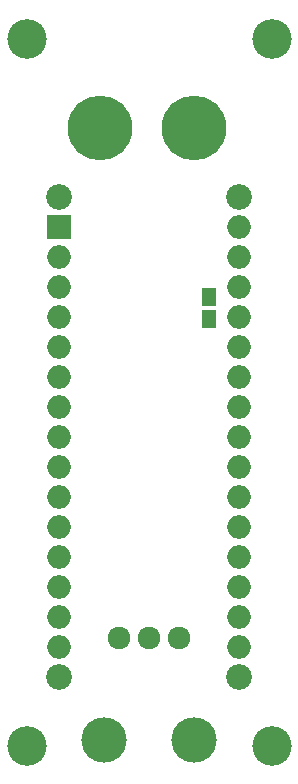
<source format=gbr>
G04 #@! TF.GenerationSoftware,KiCad,Pcbnew,(5.0.0)*
G04 #@! TF.CreationDate,2018-11-03T18:08:05-05:00*
G04 #@! TF.ProjectId,Neopixel_Breakout,4E656F706978656C5F427265616B6F75,rev?*
G04 #@! TF.SameCoordinates,Original*
G04 #@! TF.FileFunction,Soldermask,Bot*
G04 #@! TF.FilePolarity,Negative*
%FSLAX46Y46*%
G04 Gerber Fmt 4.6, Leading zero omitted, Abs format (unit mm)*
G04 Created by KiCad (PCBNEW (5.0.0)) date 11/03/18 18:08:05*
%MOMM*%
%LPD*%
G01*
G04 APERTURE LIST*
%ADD10C,3.346400*%
%ADD11R,2.000000X2.000000*%
%ADD12O,2.000000X2.000000*%
%ADD13C,2.180000*%
%ADD14R,1.150000X1.600000*%
%ADD15C,5.480000*%
%ADD16C,1.924000*%
%ADD17C,3.850000*%
G04 APERTURE END LIST*
D10*
G04 #@! TO.C,REF\002A\002A*
X144581880Y-73690480D03*
G04 #@! TD*
G04 #@! TO.C,REF\002A\002A*
X165298120Y-73715880D03*
G04 #@! TD*
G04 #@! TO.C,REF\002A\002A*
X144581880Y-133548120D03*
G04 #@! TD*
D11*
G04 #@! TO.C,A1*
X147320000Y-89683001D03*
D12*
X162560000Y-122703001D03*
X147320000Y-92223001D03*
X162560000Y-120163001D03*
X147320000Y-94763001D03*
X162560000Y-117623001D03*
X147320000Y-97303001D03*
X162560000Y-115083001D03*
X147320000Y-99843001D03*
X162560000Y-112543001D03*
X147320000Y-102383001D03*
X162560000Y-110003001D03*
X147320000Y-104923001D03*
X162560000Y-107463001D03*
X147320000Y-107463001D03*
X162560000Y-104923001D03*
X147320000Y-110003001D03*
X162560000Y-102383001D03*
X147320000Y-112543001D03*
X162560000Y-99843001D03*
X147320000Y-115083001D03*
X162560000Y-97303001D03*
X147320000Y-117623001D03*
X162560000Y-94763001D03*
X147320000Y-120163001D03*
X162560000Y-92223001D03*
X147320000Y-122703001D03*
X162560000Y-89683001D03*
X147320000Y-125243001D03*
X162560000Y-125243001D03*
D13*
X147320000Y-87143001D03*
X162560000Y-87143001D03*
X162560000Y-127783001D03*
X147320000Y-127783001D03*
G04 #@! TD*
D14*
G04 #@! TO.C,C1*
X160020000Y-95570000D03*
X160020000Y-97470000D03*
G04 #@! TD*
D15*
G04 #@! TO.C,Conn1*
X158750000Y-81280000D03*
X150749000Y-81280000D03*
G04 #@! TD*
D16*
G04 #@! TO.C,Conn2*
X152400000Y-124460000D03*
X154940000Y-124460000D03*
X157480000Y-124460000D03*
D17*
X151130000Y-133096000D03*
X158750000Y-133096000D03*
G04 #@! TD*
D10*
G04 #@! TO.C,REF\002A\002A*
X165298120Y-133548120D03*
G04 #@! TD*
M02*

</source>
